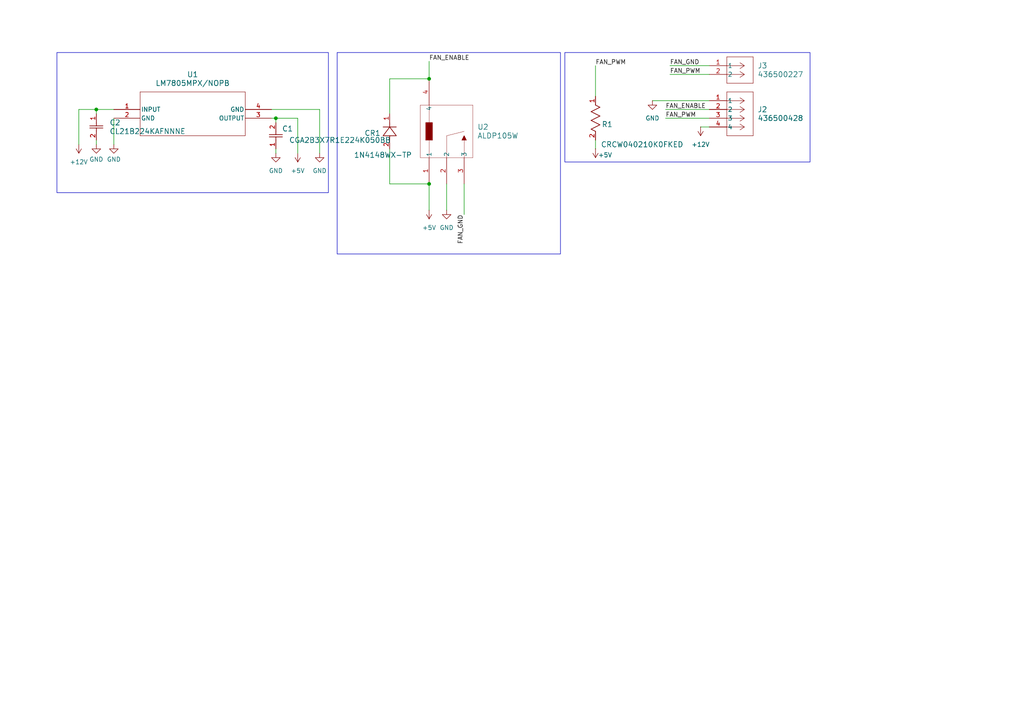
<source format=kicad_sch>
(kicad_sch (version 20250114) (generator "eeschema") (generator_version "9.0")
  (paper "A4")
  (lib_symbols
    (symbol "1N4148WX-TP:1N4148WX-TP" (pin_names (offset 0.254))
      (property "Reference" "CR" (at 5.08 4.445 0))
      (property "Value" "1N4148WX-TP" (at 5.08 -3.81 0))
      (symbol "1N4148WX-TP_1_1"
        (polyline (pts (xy 2.54 0) (xy 3.4798 0)) (stroke (width 0.2032)))
        (polyline (pts (xy 3.175 0) (xy 3.81 0)) (stroke (width 0.2032)))
        (polyline (pts (xy 3.81 1.905) (xy 3.81 -1.905)) (stroke (width 0.2032)))
        (polyline (pts (xy 3.81 -1.905) (xy 6.35 0)) (stroke (width 0.2032)))
        (polyline (pts (xy 6.35 0) (xy 3.81 1.905)) (stroke (width 0.2032)))
        (polyline (pts (xy 6.35 0) (xy 7.62 0)) (stroke (width 0.2032)))
        (polyline (pts (xy 6.35 -1.905) (xy 6.35 1.905)) (stroke (width 0.2032)))
        (pin unspecified line (at 0 0 0) (length 2.54) (name "") (number "2"))
        (pin unspecified line (at 10.16 0 180) (length 2.54) (name "") (number "1"))
      )
      (symbol "1N4148WX-TP_1_2"
        (polyline (pts (xy -1.905 3.81) (xy 1.905 3.81)) (stroke (width 0.2032)))
        (polyline (pts (xy 0 6.35) (xy -1.905 3.81)) (stroke (width 0.2032)))
        (polyline (pts (xy 0 6.35) (xy 0 7.62)) (stroke (width 0.2032)))
        (polyline (pts (xy 0 3.175) (xy 0 3.81)) (stroke (width 0.2032)))
        (polyline (pts (xy 0 2.54) (xy 0 3.4798)) (stroke (width 0.2032)))
        (polyline (pts (xy 1.905 6.35) (xy -1.905 6.35)) (stroke (width 0.2032)))
        (polyline (pts (xy 1.905 3.81) (xy 0 6.35)) (stroke (width 0.2032)))
        (pin unspecified line (at 0 10.16 270) (length 2.54) (name "") (number "1"))
        (pin unspecified line (at 0 0 90) (length 2.54) (name "") (number "2"))
      )
    )
    (symbol "43650-0428:436500428" (pin_names (offset 0.254))
      (property "Reference" "J" (at 8.89 6.35 0))
      (property "Value" "436500428" (at 0 0 0))
      (symbol "436500428_1_1"
        (polyline (pts (xy 5.08 2.54) (xy 5.08 -10.16)) (stroke (width 0.127)))
        (polyline (pts (xy 5.08 -10.16) (xy 12.7 -10.16)) (stroke (width 0.127)))
        (polyline (pts (xy 10.16 0) (xy 5.08 0)) (stroke (width 0.127)))
        (polyline (pts (xy 10.16 0) (xy 8.89 0.8467)) (stroke (width 0.127)))
        (polyline (pts (xy 10.16 0) (xy 8.89 -0.8467)) (stroke (width 0.127)))
        (polyline (pts (xy 10.16 -2.54) (xy 5.08 -2.54)) (stroke (width 0.127)))
        (polyline (pts (xy 10.16 -2.54) (xy 8.89 -1.6933)) (stroke (width 0.127)))
        (polyline (pts (xy 10.16 -2.54) (xy 8.89 -3.3867)) (stroke (width 0.127)))
        (polyline (pts (xy 10.16 -5.08) (xy 5.08 -5.08)) (stroke (width 0.127)))
        (polyline (pts (xy 10.16 -5.08) (xy 8.89 -4.2333)) (stroke (width 0.127)))
        (polyline (pts (xy 10.16 -5.08) (xy 8.89 -5.9267)) (stroke (width 0.127)))
        (polyline (pts (xy 10.16 -7.62) (xy 5.08 -7.62)) (stroke (width 0.127)))
        (polyline (pts (xy 10.16 -7.62) (xy 8.89 -6.7733)) (stroke (width 0.127)))
        (polyline (pts (xy 10.16 -7.62) (xy 8.89 -8.4667)) (stroke (width 0.127)))
        (polyline (pts (xy 12.7 2.54) (xy 5.08 2.54)) (stroke (width 0.127)))
        (polyline (pts (xy 12.7 -10.16) (xy 12.7 2.54)) (stroke (width 0.127)))
        (pin unspecified line (at 0 0 0) (length 5.08) (name "1") (number "1"))
        (pin unspecified line (at 0 -2.54 0) (length 5.08) (name "2") (number "2"))
        (pin unspecified line (at 0 -5.08 0) (length 5.08) (name "3") (number "3"))
        (pin unspecified line (at 0 -7.62 0) (length 5.08) (name "4") (number "4"))
      )
      (symbol "436500428_1_2"
        (polyline (pts (xy 5.08 2.54) (xy 5.08 -10.16)) (stroke (width 0.127)))
        (polyline (pts (xy 5.08 -10.16) (xy 12.7 -10.16)) (stroke (width 0.127)))
        (polyline (pts (xy 7.62 0) (xy 5.08 0)) (stroke (width 0.127)))
        (polyline (pts (xy 7.62 0) (xy 8.89 0.8467)) (stroke (width 0.127)))
        (polyline (pts (xy 7.62 0) (xy 8.89 -0.8467)) (stroke (width 0.127)))
        (polyline (pts (xy 7.62 -2.54) (xy 5.08 -2.54)) (stroke (width 0.127)))
        (polyline (pts (xy 7.62 -2.54) (xy 8.89 -1.6933)) (stroke (width 0.127)))
        (polyline (pts (xy 7.62 -2.54) (xy 8.89 -3.3867)) (stroke (width 0.127)))
        (polyline (pts (xy 7.62 -5.08) (xy 5.08 -5.08)) (stroke (width 0.127)))
        (polyline (pts (xy 7.62 -5.08) (xy 8.89 -4.2333)) (stroke (width 0.127)))
        (polyline (pts (xy 7.62 -5.08) (xy 8.89 -5.9267)) (stroke (width 0.127)))
        (polyline (pts (xy 7.62 -7.62) (xy 5.08 -7.62)) (stroke (width 0.127)))
        (polyline (pts (xy 7.62 -7.62) (xy 8.89 -6.7733)) (stroke (width 0.127)))
        (polyline (pts (xy 7.62 -7.62) (xy 8.89 -8.4667)) (stroke (width 0.127)))
        (polyline (pts (xy 12.7 2.54) (xy 5.08 2.54)) (stroke (width 0.127)))
        (polyline (pts (xy 12.7 -10.16) (xy 12.7 2.54)) (stroke (width 0.127)))
        (pin unspecified line (at 0 0 0) (length 5.08) (name "1") (number "1"))
        (pin unspecified line (at 0 -2.54 0) (length 5.08) (name "2") (number "2"))
        (pin unspecified line (at 0 -5.08 0) (length 5.08) (name "3") (number "3"))
        (pin unspecified line (at 0 -7.62 0) (length 5.08) (name "4") (number "4"))
      )
    )
    (symbol "436500227:436500227" (pin_names (offset 0.254))
      (property "Reference" "J" (at 8.89 6.35 0))
      (property "Value" "436500227" (at 0 0 0))
      (symbol "436500227_1_1"
        (polyline (pts (xy 5.08 2.54) (xy 5.08 -5.08)) (stroke (width 0.127)))
        (polyline (pts (xy 5.08 -5.08) (xy 12.7 -5.08)) (stroke (width 0.127)))
        (polyline (pts (xy 10.16 0) (xy 5.08 0)) (stroke (width 0.127)))
        (polyline (pts (xy 10.16 0) (xy 8.89 0.8467)) (stroke (width 0.127)))
        (polyline (pts (xy 10.16 0) (xy 8.89 -0.8467)) (stroke (width 0.127)))
        (polyline (pts (xy 10.16 -2.54) (xy 5.08 -2.54)) (stroke (width 0.127)))
        (polyline (pts (xy 10.16 -2.54) (xy 8.89 -1.6933)) (stroke (width 0.127)))
        (polyline (pts (xy 10.16 -2.54) (xy 8.89 -3.3867)) (stroke (width 0.127)))
        (polyline (pts (xy 12.7 2.54) (xy 5.08 2.54)) (stroke (width 0.127)))
        (polyline (pts (xy 12.7 -5.08) (xy 12.7 2.54)) (stroke (width 0.127)))
        (pin unspecified line (at 0 0 0) (length 5.08) (name "1") (number "1"))
        (pin unspecified line (at 0 -2.54 0) (length 5.08) (name "2") (number "2"))
      )
      (symbol "436500227_1_2"
        (polyline (pts (xy 5.08 2.54) (xy 5.08 -5.08)) (stroke (width 0.127)))
        (polyline (pts (xy 5.08 -5.08) (xy 12.7 -5.08)) (stroke (width 0.127)))
        (polyline (pts (xy 7.62 0) (xy 5.08 0)) (stroke (width 0.127)))
        (polyline (pts (xy 7.62 0) (xy 8.89 0.8467)) (stroke (width 0.127)))
        (polyline (pts (xy 7.62 0) (xy 8.89 -0.8467)) (stroke (width 0.127)))
        (polyline (pts (xy 7.62 -2.54) (xy 5.08 -2.54)) (stroke (width 0.127)))
        (polyline (pts (xy 7.62 -2.54) (xy 8.89 -1.6933)) (stroke (width 0.127)))
        (polyline (pts (xy 7.62 -2.54) (xy 8.89 -3.3867)) (stroke (width 0.127)))
        (polyline (pts (xy 12.7 2.54) (xy 5.08 2.54)) (stroke (width 0.127)))
        (polyline (pts (xy 12.7 -5.08) (xy 12.7 2.54)) (stroke (width 0.127)))
        (pin unspecified line (at 0 0 0) (length 5.08) (name "1") (number "1"))
        (pin unspecified line (at 0 -2.54 0) (length 5.08) (name "2") (number "2"))
      )
    )
    (symbol "ALDP105W:ALDP105W" (pin_names (offset 0.254))
      (property "Reference" "U" (at 15.24 7.62 0))
      (property "Value" "ALDP105W" (at 15.24 5.08 0))
      (symbol "ALDP105W_0_1"
        (polyline (pts (xy 7.62 2.54) (xy 7.62 -12.7)) (stroke (width 0.0254)))
        (polyline (pts (xy 7.62 0) (xy 22.86 0)) (stroke (width 0.0254)))
        (polyline (pts (xy 7.62 -5.08) (xy 13.97 -5.08)) (stroke (width 0.0254)))
        (polyline (pts (xy 7.62 -10.16) (xy 12.7 -10.16)) (stroke (width 0.0254)))
        (polyline (pts (xy 7.62 -12.7) (xy 22.86 -12.7)) (stroke (width 0.0254)))
        (polyline (pts (xy 12.7 0.9525) (xy 12.7 -0.9525)) (stroke (width 0.0254)))
        (polyline (pts (xy 12.7 0.9525) (xy 17.78 0.9525)) (stroke (width 0.0254)))
        (polyline (pts (xy 12.7 0.9525) (xy 17.78 0.9525) (xy 17.78 -0.9525) (xy 12.7 -0.9525)) (fill (type outline)))
        (polyline (pts (xy 12.7 -9.525) (xy 12.7 -10.795)) (stroke (width 0.0254)))
        (polyline (pts (xy 12.7 -9.525) (xy 13.97 -10.16)) (stroke (width 0.0254)))
        (polyline (pts (xy 12.7 -9.525) (xy 13.97 -10.16) (xy 12.7 -10.795)) (fill (type outline)))
        (polyline (pts (xy 13.97 -10.16) (xy 12.7 -10.795)) (stroke (width 0.0254)))
        (polyline (pts (xy 15.24 -10.16) (xy 13.97 -5.08)) (stroke (width 0.0254)))
        (polyline (pts (xy 17.78 0.9525) (xy 17.78 -0.9525)) (stroke (width 0.0254)))
        (polyline (pts (xy 17.78 -0.9525) (xy 12.7 -0.9525)) (stroke (width 0.0254)))
        (polyline (pts (xy 22.86 2.54) (xy 7.62 2.54)) (stroke (width 0.0254)))
        (polyline (pts (xy 22.86 -12.7) (xy 22.86 2.54)) (stroke (width 0.0254)))
        (pin unspecified line (at 0 0 0) (length 7.62) (name "1") (number "1"))
        (pin unspecified line (at 0 -5.08 0) (length 7.62) (name "2") (number "2"))
        (pin unspecified line (at 0 -10.16 0) (length 7.62) (name "3") (number "3"))
        (pin unspecified line (at 30.48 0 180) (length 7.62) (name "4") (number "4"))
      )
    )
    (symbol "CGA2B3X7R1E224K050BB:CGA2B3X7R1E224K050BB" (pin_names (offset 0.254))
      (property "Reference" "C" (at 3.81 3.81 0))
      (property "Value" "CGA2B3X7R1E224K050BB" (at 3.81 -3.81 0))
      (symbol "CGA2B3X7R1E224K050BB_1_1"
        (polyline (pts (xy 2.54 0) (xy 3.4798 0)) (stroke (width 0.2032)))
        (polyline (pts (xy 3.4798 -1.905) (xy 3.4798 1.905)) (stroke (width 0.2032)))
        (polyline (pts (xy 4.1148 0) (xy 5.08 0)) (stroke (width 0.2032)))
        (polyline (pts (xy 4.1148 -1.905) (xy 4.1148 1.905)) (stroke (width 0.2032)))
        (pin unspecified line (at 0 0 0) (length 2.54) (name "") (number "1"))
        (pin unspecified line (at 7.62 0 180) (length 2.54) (name "") (number "2"))
      )
      (symbol "CGA2B3X7R1E224K050BB_1_2"
        (polyline (pts (xy -1.905 -3.4798) (xy 1.905 -3.4798)) (stroke (width 0.2032)))
        (polyline (pts (xy -1.905 -4.1148) (xy 1.905 -4.1148)) (stroke (width 0.2032)))
        (polyline (pts (xy 0 -2.54) (xy 0 -3.4798)) (stroke (width 0.2032)))
        (polyline (pts (xy 0 -4.1148) (xy 0 -5.08)) (stroke (width 0.2032)))
        (pin unspecified line (at 0 0 270) (length 2.54) (name "") (number "1"))
        (pin unspecified line (at 0 -7.62 90) (length 2.54) (name "") (number "2"))
      )
    )
    (symbol "CL21B224KAFNNNE:CL21B224KAFNNNE" (pin_names (offset 0.254))
      (property "Reference" "C" (at 3.81 3.81 0))
      (property "Value" "CL21B224KAFNNNE" (at 3.81 -3.81 0))
      (symbol "CL21B224KAFNNNE_1_1"
        (polyline (pts (xy 2.54 0) (xy 3.4798 0)) (stroke (width 0.2032)))
        (polyline (pts (xy 3.4798 -1.905) (xy 3.4798 1.905)) (stroke (width 0.2032)))
        (polyline (pts (xy 4.1148 0) (xy 5.08 0)) (stroke (width 0.2032)))
        (polyline (pts (xy 4.1148 -1.905) (xy 4.1148 1.905)) (stroke (width 0.2032)))
        (pin unspecified line (at 0 0 0) (length 2.54) (name "") (number "1"))
        (pin unspecified line (at 7.62 0 180) (length 2.54) (name "") (number "2"))
      )
      (symbol "CL21B224KAFNNNE_1_2"
        (polyline (pts (xy -1.905 -3.4798) (xy 1.905 -3.4798)) (stroke (width 0.2032)))
        (polyline (pts (xy -1.905 -4.1148) (xy 1.905 -4.1148)) (stroke (width 0.2032)))
        (polyline (pts (xy 0 -2.54) (xy 0 -3.4798)) (stroke (width 0.2032)))
        (polyline (pts (xy 0 -4.1148) (xy 0 -5.08)) (stroke (width 0.2032)))
        (pin unspecified line (at 0 0 270) (length 2.54) (name "") (number "1"))
        (pin unspecified line (at 0 -7.62 90) (length 2.54) (name "") (number "2"))
      )
    )
    (symbol "CRCW040210K0FKED:CRCW040210K0FKED" (pin_names (offset 0.254))
      (property "Reference" "R" (at 5.715 3.81 0))
      (property "Value" "CRCW040210K0FKED" (at 6.35 -3.81 0))
      (symbol "CRCW040210K0FKED_1_1"
        (polyline (pts (xy 2.54 0) (xy 3.175 1.27)) (stroke (width 0.2032)))
        (polyline (pts (xy 3.175 1.27) (xy 4.445 -1.27)) (stroke (width 0.2032)))
        (polyline (pts (xy 4.445 -1.27) (xy 5.715 1.27)) (stroke (width 0.2032)))
        (polyline (pts (xy 5.715 1.27) (xy 6.985 -1.27)) (stroke (width 0.2032)))
        (polyline (pts (xy 6.985 -1.27) (xy 8.255 1.27)) (stroke (width 0.2032)))
        (polyline (pts (xy 8.255 1.27) (xy 9.525 -1.27)) (stroke (width 0.2032)))
        (polyline (pts (xy 9.525 -1.27) (xy 10.16 0)) (stroke (width 0.2032)))
        (pin unspecified line (at 0 0 0) (length 2.54) (name "") (number "2"))
        (pin unspecified line (at 12.7 0 180) (length 2.54) (name "") (number "1"))
      )
      (symbol "CRCW040210K0FKED_1_2"
        (polyline (pts (xy -1.27 8.255) (xy 1.27 9.525)) (stroke (width 0.2032)))
        (polyline (pts (xy -1.27 5.715) (xy 1.27 6.985)) (stroke (width 0.2032)))
        (polyline (pts (xy -1.27 3.175) (xy 1.27 4.445)) (stroke (width 0.2032)))
        (polyline (pts (xy 0 2.54) (xy -1.27 3.175)) (stroke (width 0.2032)))
        (polyline (pts (xy 1.27 9.525) (xy 0 10.16)) (stroke (width 0.2032)))
        (polyline (pts (xy 1.27 6.985) (xy -1.27 8.255)) (stroke (width 0.2032)))
        (polyline (pts (xy 1.27 4.445) (xy -1.27 5.715)) (stroke (width 0.2032)))
        (pin unspecified line (at 0 12.7 270) (length 2.54) (name "") (number "1"))
        (pin unspecified line (at 0 0 90) (length 2.54) (name "") (number "2"))
      )
    )
    (symbol "LM7805MPX/NOPB:LM7805MPX_NOPB" (pin_names (offset 0.254))
      (property "Reference" "U" (at 22.86 10.16 0))
      (property "Value" "LM7805MPX/NOPB" (at 22.86 7.62 0))
      (symbol "LM7805MPX_NOPB_0_1"
        (polyline (pts (xy 7.62 5.08) (xy 7.62 -7.62)) (stroke (width 0.127)))
        (polyline (pts (xy 7.62 -7.62) (xy 38.1 -7.62)) (stroke (width 0.127)))
        (polyline (pts (xy 38.1 5.08) (xy 7.62 5.08)) (stroke (width 0.127)))
        (polyline (pts (xy 38.1 -7.62) (xy 38.1 5.08)) (stroke (width 0.127)))
        (pin input line (at 0 0 0) (length 7.62) (name "INPUT") (number "1"))
        (pin power_in line (at 0 -2.54 0) (length 7.62) (name "GND") (number "2"))
        (pin power_in line (at 45.72 0 180) (length 7.62) (name "GND") (number "4"))
        (pin output line (at 45.72 -2.54 180) (length 7.62) (name "OUTPUT") (number "3"))
      )
    )
    (symbol "power:+12V" (power) (pin_numbers (hide yes)) (pin_names (offset 0) (hide yes))
      (property "Value" "+12V" (at 0 3.556 0))
      (symbol "+12V_0_1"
        (polyline (pts (xy -0.762 1.27) (xy 0 2.54)))
        (polyline (pts (xy 0 2.54) (xy 0.762 1.27)))
        (polyline (pts (xy 0 0) (xy 0 2.54)))
      )
      (symbol "+12V_1_1"
        (pin power_in line (at 0 0 90) (length 0) (name "~") (number "1"))
      )
    )
    (symbol "power:+5V" (power) (pin_numbers (hide yes)) (pin_names (offset 0) (hide yes))
      (property "Value" "+5V" (at 0 3.556 0))
      (symbol "+5V_0_1"
        (polyline (pts (xy -0.762 1.27) (xy 0 2.54)))
        (polyline (pts (xy 0 2.54) (xy 0.762 1.27)))
        (polyline (pts (xy 0 0) (xy 0 2.54)))
      )
      (symbol "+5V_1_1"
        (pin power_in line (at 0 0 90) (length 0) (name "~") (number "1"))
      )
    )
    (symbol "power:GND" (power) (pin_numbers (hide yes)) (pin_names (offset 0) (hide yes))
      (property "Value" "GND" (at 0 -3.81 0))
      (symbol "GND_0_1"
        (polyline (pts (xy 0 0) (xy 0 -1.27) (xy 1.27 -1.27) (xy 0 -2.54) (xy -1.27 -1.27) (xy 0 -1.27)))
      )
      (symbol "GND_1_1"
        (pin power_in line (at 0 0 270) (length 0) (name "~") (number "1"))
      )
    )
  )
  (rectangle (start 97.79 15.24) (end 162.56 73.66))
  (rectangle (start 163.83 15.24) (end 234.95 46.99))
  (rectangle (start 16.51 15.24) (end 95.25 55.88))
  (junction (at 124.46 53.34))
  (junction (at 80.01 34.29))
  (junction (at 124.46 22.86))
  (junction (at 27.94 31.75))
  (wire (pts (xy 194.31 19.05) (xy 205.74 19.05)))
  (wire (pts (xy 172.72 40.64) (xy 172.72 43.18)))
  (wire (pts (xy 92.71 31.75) (xy 92.71 44.45)))
  (wire (pts (xy 86.36 34.29) (xy 80.01 34.29)))
  (wire (pts (xy 113.03 22.86) (xy 124.46 22.86)))
  (wire (pts (xy 27.94 31.75) (xy 33.02 31.75)))
  (wire (pts (xy 80.01 44.45) (xy 80.01 43.18)))
  (wire (pts (xy 33.02 34.29) (xy 33.02 41.91)))
  (wire (pts (xy 113.03 22.86) (xy 113.03 33.02)))
  (wire (pts (xy 124.46 17.78) (xy 124.46 22.86)))
  (wire (pts (xy 113.03 53.34) (xy 124.46 53.34)))
  (wire (pts (xy 134.62 53.34) (xy 134.62 62.23)))
  (wire (pts (xy 86.36 34.29) (xy 86.36 44.45)))
  (wire (pts (xy 193.04 31.75) (xy 205.74 31.75)))
  (wire (pts (xy 27.94 41.91) (xy 27.94 40.64)))
  (wire (pts (xy 113.03 43.18) (xy 113.03 53.34)))
  (wire (pts (xy 80.01 34.29) (xy 80.01 35.56)))
  (wire (pts (xy 203.2 36.83) (xy 205.74 36.83)))
  (wire (pts (xy 124.46 53.34) (xy 124.46 60.96)))
  (wire (pts (xy 80.01 34.29) (xy 78.74 34.29)))
  (wire (pts (xy 172.72 19.05) (xy 172.72 27.94)))
  (wire (pts (xy 22.86 41.91) (xy 22.86 31.75)))
  (wire (pts (xy 189.23 29.21) (xy 205.74 29.21)))
  (wire (pts (xy 78.74 31.75) (xy 92.71 31.75)))
  (wire (pts (xy 22.86 31.75) (xy 27.94 31.75)))
  (wire (pts (xy 193.04 34.29) (xy 205.74 34.29)))
  (wire (pts (xy 194.31 21.59) (xy 205.74 21.59)))
  (wire (pts (xy 129.54 53.34) (xy 129.54 60.96)))
  (wire (pts (xy 27.94 33.02) (xy 27.94 31.75)))
  (label "FAN_PWM" (at 194.31 21.59 0))
  (label "FAN_PWM" (at 172.72 19.05 0))
  (label "FAN_GND" (at 134.62 62.23 270))
  (label "FAN_PWM" (at 193.04 34.29 0))
  (label "FAN_GND" (at 194.31 19.05 0))
  (label "FAN_ENABLE" (at 124.46 17.78 0))
  (label "FAN_ENABLE" (at 193.04 31.75 0))
  (symbol (lib_id "power:GND") (at 92.71 44.45 0) (unit 1)
    (property "Reference" "#PWR011" (effects (hide yes)))
    (property "Value" "GND" (at 92.71 49.53 0))
    (property "Description" "Power symbol creates a global label with name \"GND\" , ground" (effects (hide yes)))
  )
  (symbol (lib_id "CGA2B3X7R1E224K050BB:CGA2B3X7R1E224K050BB") (at 80.01 43.18 90) (unit 1)
    (property "Reference" "C1" (at 81.788 37.338 90) (effects (font (size 1.524 1.524)) (justify right)))
    (property "Value" "CGA2B3X7R1E224K050BB" (at 83.82 40.6399 90) (effects (font (size 1.524 1.524)) (justify right)))
    (property "Footprint" "CAP_1005_TDK" (effects (hide yes)))
    (property "Datasheet" "CGA2B3X7R1E224K050BB" (effects (hide yes)))
  )
  (symbol (lib_id "power:GND") (at 129.54 60.96 0) (unit 1)
    (property "Reference" "#PWR05" (effects (hide yes)))
    (property "Value" "GND" (at 129.54 66.04 0))
    (property "Description" "Power symbol creates a global label with name \"GND\" , ground" (effects (hide yes)))
  )
  (symbol (lib_id "LM7805MPX/NOPB:LM7805MPX_NOPB") (at 33.02 31.75 0) (unit 1)
    (property "Reference" "U1" (at 55.88 21.59 0) (effects (font (size 1.524 1.524))))
    (property "Value" "LM7805MPX/NOPB" (at 55.88 24.13 0) (effects (font (size 1.524 1.524))))
    (property "Footprint" "DCY4_TEX" (effects (hide yes)))
    (property "Datasheet" "https://www.ti.com/lit/gpn/lm7800" (effects (hide yes)))
  )
  (symbol (lib_id "power:GND") (at 189.23 29.21 0) (unit 1)
    (property "Reference" "#PWR09" (effects (hide yes)))
    (property "Value" "GND" (at 189.23 34.29 0))
    (property "Description" "Power symbol creates a global label with name \"GND\" , ground" (effects (hide yes)))
  )
  (symbol (lib_id "power:GND") (at 33.02 41.91 0) (unit 1)
    (property "Reference" "#PWR010" (effects (hide yes)))
    (property "Value" "GND" (at 33.02 46.228 0))
    (property "Description" "Power symbol creates a global label with name \"GND\" , ground" (effects (hide yes)))
  )
  (symbol (lib_id "CL21B224KAFNNNE:CL21B224KAFNNNE") (at 27.94 33.02 270) (unit 1)
    (property "Reference" "C2" (at 31.75 35.5599 90) (effects (font (size 1.524 1.524)) (justify left)))
    (property "Value" "CL21B224KAFNNNE" (at 31.75 38.0999 90) (effects (font (size 1.524 1.524)) (justify left)))
    (property "Footprint" "CAP_CL21_SAM" (effects (hide yes)))
    (property "Datasheet" "CL21B224KAFNNNE" (effects (hide yes)))
  )
  (symbol (lib_id "power:+5V") (at 86.36 44.45 180) (unit 1)
    (property "Reference" "#PWR01" (effects (hide yes)))
    (property "Value" "+5V" (at 86.36 49.53 0))
    (property "Description" "Power symbol creates a global label with name \"+5V\"" (effects (hide yes)))
  )
  (symbol (lib_id "436500227:436500227") (at 205.74 19.05 0) (unit 1)
    (property "Reference" "J3" (at 219.71 19.0499 0) (effects (font (size 1.524 1.524)) (justify left)))
    (property "Value" "436500227" (at 219.71 21.5899 0) (effects (font (size 1.524 1.524)) (justify left)))
    (property "Footprint" "CONN_SD-43650-010_02_MOL" (effects (hide yes)))
    (property "Datasheet" "https://www.molex.com/en-us/products/part-detail-pdf/436500227?display=pdf" (effects (hide yes)))
  )
  (symbol (lib_id "power:GND") (at 27.94 41.91 0) (unit 1)
    (property "Reference" "#PWR04" (effects (hide yes)))
    (property "Value" "GND" (at 27.94 46.228 0))
    (property "Description" "Power symbol creates a global label with name \"GND\" , ground" (effects (hide yes)))
  )
  (symbol (lib_id "CRCW040210K0FKED:CRCW040210K0FKED") (at 172.72 40.64 90) (unit 1)
    (property "Reference" "R1" (at 174.498 36.068 90) (effects (font (size 1.524 1.524)) (justify right)))
    (property "Value" "CRCW040210K0FKED" (at 174.244 41.91 90) (effects (font (size 1.524 1.524)) (justify right)))
    (property "Footprint" "RES_CRCW_0402" (effects (hide yes)))
    (property "Datasheet" "https://www.vishay.com/doc?20035" (effects (hide yes)))
  )
  (symbol (lib_id "power:+5V") (at 124.46 60.96 180) (unit 1)
    (property "Reference" "#PWR06" (effects (hide yes)))
    (property "Value" "+5V" (at 122.428 66.04 0) (effects (justify right)))
    (property "Description" "Power symbol creates a global label with name \"+5V\"" (effects (hide yes)))
  )
  (symbol (lib_id "43650-0428:436500428") (at 205.74 29.21 0) (unit 1)
    (property "Reference" "J2" (at 219.71 31.7499 0) (effects (font (size 1.524 1.524)) (justify left)))
    (property "Value" "436500428" (at 219.71 34.2899 0) (effects (font (size 1.524 1.524)) (justify left)))
    (property "Footprint" "CONN_SD-43650-010_04_MOL" (effects (hide yes)))
    (property "Datasheet" "https://www.molex.com/en-us/products/part-detail-pdf/436500428?display=pdf" (effects (hide yes)))
  )
  (symbol (lib_id "ALDP105W:ALDP105W") (at 124.46 53.34 90) (unit 1)
    (property "Reference" "U2" (at 138.43 36.8299 90) (effects (font (size 1.524 1.524)) (justify right)))
    (property "Value" "ALDP105W" (at 138.43 39.3699 90) (effects (font (size 1.524 1.524)) (justify right)))
    (property "Footprint" "PAN_ALD_PAN" (effects (hide yes)))
    (property "Datasheet" "ALDP105W" (effects (hide yes)))
  )
  (symbol (lib_id "power:+5V") (at 172.72 43.18 180) (unit 1)
    (property "Reference" "#PWR07" (effects (hide yes)))
    (property "Value" "+5V" (at 175.514 44.958 0))
    (property "Description" "Power symbol creates a global label with name \"+5V\"" (effects (hide yes)))
  )
  (symbol (lib_id "power:GND") (at 80.01 44.45 0) (unit 1)
    (property "Reference" "#PWR03" (effects (hide yes)))
    (property "Value" "GND" (at 80.01 49.53 0))
    (property "Description" "Power symbol creates a global label with name \"GND\" , ground" (effects (hide yes)))
  )
  (symbol (lib_id "power:+12V") (at 203.2 36.83 180) (unit 1)
    (property "Reference" "#PWR08" (effects (hide yes)))
    (property "Value" "+12V" (at 203.2 41.91 0))
    (property "Description" "Power symbol creates a global label with name \"+12V\"" (effects (hide yes)))
  )
  (symbol (lib_id "1N4148WX-TP:1N4148WX-TP") (at 113.03 43.18 90) (unit 1)
    (property "Reference" "CR1" (at 105.664 38.608 90) (effects (font (size 1.524 1.524)) (justify right)))
    (property "Value" "1N4148WX-TP" (at 102.616 44.958 90) (effects (font (size 1.524 1.524)) (justify right)))
    (property "Footprint" "CR_SOD323_MCC" (effects (hide yes)))
    (property "Datasheet" "1N4148WX-TP" (effects (hide yes)))
  )
  (symbol (lib_id "power:+12V") (at 22.86 41.91 180) (unit 1)
    (property "Reference" "#PWR02" (effects (hide yes)))
    (property "Value" "+12V" (at 22.86 46.99 0))
    (property "Description" "Power symbol creates a global label with name \"+12V\"" (effects (hide yes)))
  )
)
</source>
